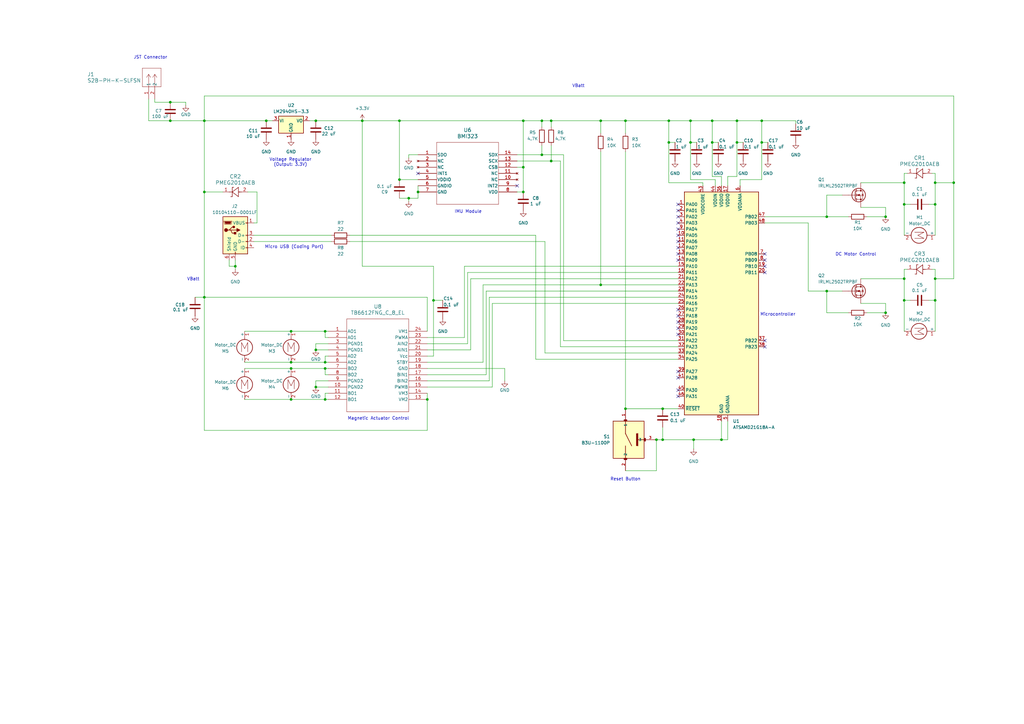
<source format=kicad_sch>
(kicad_sch (version 20250114) (generator "eeschema") (generator_version "9.0")
  (paper "A3")
  (title_block (title "ME461-MiniVTOL Schematic") (date "2026-01-29") (rev "0"))
  (lib_symbols
    (symbol "B3U-1100P (BUTTON):B3U-1100P" (pin_names (offset 1.016))
      (property "Reference" "S" (at 7.6291 -5.0861 0))
      (property "Value" "B3U-1100P" (at 7.6346 -10.1794 0))
      (symbol "B3U-1100P_0_0"
        (pin passive line (at -12.7 0 0) (length 5.08) (name "2") (number "2"))
        (pin passive line (at 0 -12.7 90) (length 5.08) (name "3") (number "3"))
        (pin passive line (at 12.7 0 180) (length 5.08) (name "1") (number "1"))
      )
    )
    (symbol "BMI323 (IMU):BMI323" (pin_names (offset 0.254))
      (property "Reference" "U" (at 20.32 10.16 0))
      (property "Value" "BMI323" (at 20.32 7.62 0))
      (symbol "BMI323_0_1"
        (pin bidirectional line (at 0 0 0) (length 7.62) (name "SDO") (number "1"))
        (pin no_connect line (at 0 -2.54 0) (length 7.62) (name "NC") (number "2"))
        (pin no_connect line (at 0 -5.08 0) (length 7.62) (name "NC") (number "3"))
        (pin bidirectional line (at 0 -7.62 0) (length 7.62) (name "INT1") (number "4"))
        (pin power_in line (at 0 -10.16 0) (length 7.62) (name "VDDIO") (number "5"))
        (pin power_out line (at 0 -12.7 0) (length 7.62) (name "GNDIO") (number "6"))
        (pin power_out line (at 0 -15.24 0) (length 7.62) (name "GND") (number "7"))
        (pin bidirectional line (at 40.64 0 180) (length 7.62) (name "SDX") (number "14"))
        (pin input line (at 40.64 -2.54 180) (length 7.62) (name "SCX") (number "13"))
        (pin input line (at 40.64 -5.08 180) (length 7.62) (name "CSB") (number "12"))
        (pin no_connect line (at 40.64 -7.62 180) (length 7.62) (name "NC") (number "11"))
        (pin no_connect line (at 40.64 -10.16 180) (length 7.62) (name "NC") (number "10"))
        (pin bidirectional line (at 40.64 -12.7 180) (length 7.62) (name "INT2") (number "9"))
        (pin power_in line (at 40.64 -15.24 180) (length 7.62) (name "VDD") (number "8"))
      )
    )
    (symbol "Connector:USB_B_Micro" (pin_names (offset 1.016))
      (property "Reference" "J" (at -5.08 11.43 0))
      (property "Value" "USB_B_Micro" (at -5.08 8.89 0))
      (symbol "USB_B_Micro_1_1"
        (pin passive line (at -2.54 -10.16 90) (length 2.54) (name "Shield") (number "6"))
        (pin power_out line (at 0 -10.16 90) (length 2.54) (name "GND") (number "5"))
        (pin power_out line (at 7.62 5.08 180) (length 2.54) (name "VBUS") (number "1"))
        (pin bidirectional line (at 7.62 0 180) (length 2.54) (name "D+") (number "3"))
        (pin bidirectional line (at 7.62 -2.54 180) (length 2.54) (name "D-") (number "2"))
        (pin passive line (at 7.62 -5.08 180) (length 2.54) (name "ID") (number "4"))
      )
    )
    (symbol "Device:C" (pin_numbers (hide yes)) (pin_names (offset 0.254))
      (property "Reference" "C" (at 0.635 2.54 0))
      (property "Value" "C" (at 0.635 -2.54 0))
      (symbol "C_1_1"
        (pin passive line (at 0 3.81 270) (length 2.794) (name "~") (number "1"))
        (pin passive line (at 0 -3.81 90) (length 2.794) (name "~") (number "2"))
      )
    )
    (symbol "Device:Q_NMOS" (pin_numbers (hide yes)) (pin_names (offset 0) (hide yes))
      (property "Reference" "Q" (at 5.08 1.27 0))
      (property "Value" "Q_NMOS" (at 5.08 -1.27 0))
      (symbol "Q_NMOS_1_1"
        (pin input line (at -5.08 0 0) (length 2.54) (name "G") (number "G"))
        (pin passive line (at 2.54 5.08 270) (length 2.54) (name "D") (number "D"))
        (pin passive line (at 2.54 -5.08 90) (length 2.54) (name "S") (number "S"))
      )
    )
    (symbol "Device:R" (pin_numbers (hide yes)) (pin_names (offset 0))
      (property "Reference" "R" (at 2.032 0 90))
      (property "Value" "R" (at 0 0 90))
      (symbol "R_1_1"
        (pin passive line (at 0 3.81 270) (length 1.27) (name "~") (number "1"))
        (pin passive line (at 0 -3.81 90) (length 1.27) (name "~") (number "2"))
      )
    )
    (symbol "MCU_Microchip_SAMD:ATSAMD21G18A-A"
      (property "Reference" "U" (at -13.97 46.99 0))
      (property "Value" "ATSAMD21G18A-A" (at 16.51 46.99 0))
      (symbol "ATSAMD21G18A-A_1_1"
        (pin bidirectional line (at -17.78 40.64 0) (length 2.54) (name "PA00") (number "1"))
        (pin bidirectional line (at -17.78 38.1 0) (length 2.54) (name "PA01") (number "2"))
        (pin bidirectional line (at -17.78 35.56 0) (length 2.54) (name "PA02") (number "3"))
        (pin bidirectional line (at -17.78 33.02 0) (length 2.54) (name "PA03") (number "4"))
        (pin bidirectional line (at -17.78 30.48 0) (length 2.54) (name "PA04") (number "9"))
        (pin bidirectional line (at -17.78 27.94 0) (length 2.54) (name "PA05") (number "10"))
        (pin bidirectional line (at -17.78 25.4 0) (length 2.54) (name "PA06") (number "11"))
        (pin bidirectional line (at -17.78 22.86 0) (length 2.54) (name "PA07") (number "12"))
        (pin bidirectional line (at -17.78 20.32 0) (length 2.54) (name "PA08") (number "13"))
        (pin bidirectional line (at -17.78 17.78 0) (length 2.54) (name "PA09") (number "14"))
        (pin bidirectional line (at -17.78 15.24 0) (length 2.54) (name "PA10") (number "15"))
        (pin bidirectional line (at -17.78 12.7 0) (length 2.54) (name "PA11") (number "16"))
        (pin bidirectional line (at -17.78 10.16 0) (length 2.54) (name "PA12") (number "21"))
        (pin bidirectional line (at -17.78 7.62 0) (length 2.54) (name "PA13") (number "22"))
        (pin bidirectional line (at -17.78 5.08 0) (length 2.54) (name "PA14") (number "23"))
        (pin bidirectional line (at -17.78 2.54 0) (length 2.54) (name "PA15") (number "24"))
        (pin bidirectional line (at -17.78 0 0) (length 2.54) (name "PA16") (number "25"))
        (pin bidirectional line (at -17.78 -2.54 0) (length 2.54) (name "PA17") (number "26"))
        (pin bidirectional line (at -17.78 -5.08 0) (length 2.54) (name "PA18") (number "27"))
        (pin bidirectional line (at -17.78 -7.62 0) (length 2.54) (name "PA19") (number "28"))
        (pin bidirectional line (at -17.78 -10.16 0) (length 2.54) (name "PA20") (number "29"))
        (pin bidirectional line (at -17.78 -12.7 0) (length 2.54) (name "PA21") (number "30"))
        (pin bidirectional line (at -17.78 -15.24 0) (length 2.54) (name "PA22") (number "31"))
        (pin bidirectional line (at -17.78 -17.78 0) (length 2.54) (name "PA23") (number "32"))
        (pin bidirectional line (at -17.78 -20.32 0) (length 2.54) (name "PA24") (number "33"))
        (pin bidirectional line (at -17.78 -22.86 0) (length 2.54) (name "PA25") (number "34"))
        (pin bidirectional line (at -17.78 -27.94 0) (length 2.54) (name "PA27") (number "39"))
        (pin bidirectional line (at -17.78 -30.48 0) (length 2.54) (name "PA28") (number "41"))
        (pin bidirectional line (at -17.78 -35.56 0) (length 2.54) (name "PA30") (number "45"))
        (pin bidirectional line (at -17.78 -38.1 0) (length 2.54) (name "PA31") (number "46"))
        (pin input line (at -17.78 -43.18 0) (length 2.54) (name "~{RESET}") (number "40"))
        (pin power_out line (at -7.62 48.26 270) (length 2.54) (name "VDDCORE") (number "43"))
        (pin power_in line (at -2.54 48.26 270) (length 2.54) (name "VDDIN") (number "44"))
        (pin power_in line (at 0 48.26 270) (length 2.54) (name "VDDIO") (number "36"))
        (pin power_in line (at 0 -48.26 90) (length 2.54) (name "GND") (number "18"))
        (pin passive line (at 0 -48.26 90) (length 2.54) (hide yes) (name "GND") (number "35"))
        (pin passive line (at 0 -48.26 90) (length 2.54) (hide yes) (name "GND") (number "42"))
        (pin power_in line (at 2.54 48.26 270) (length 2.54) (name "VDDIO") (number "17"))
        (pin power_in line (at 2.54 -48.26 90) (length 2.54) (name "GNDANA") (number "5"))
        (pin power_in line (at 7.62 48.26 270) (length 2.54) (name "VDDANA") (number "6"))
        (pin bidirectional line (at 17.78 35.56 180) (length 2.54) (name "PB02") (number "47"))
        (pin bidirectional line (at 17.78 33.02 180) (length 2.54) (name "PB03") (number "48"))
        (pin bidirectional line (at 17.78 20.32 180) (length 2.54) (name "PB08") (number "7"))
        (pin bidirectional line (at 17.78 17.78 180) (length 2.54) (name "PB09") (number "8"))
        (pin bidirectional line (at 17.78 15.24 180) (length 2.54) (name "PB10") (number "19"))
        (pin bidirectional line (at 17.78 12.7 180) (length 2.54) (name "PB11") (number "20"))
        (pin bidirectional line (at 17.78 -15.24 180) (length 2.54) (name "PB22") (number "37"))
        (pin bidirectional line (at 17.78 -17.78 180) (length 2.54) (name "PB23") (number "38"))
      )
    )
    (symbol "Motor:Motor_DC" (pin_names (offset 0))
      (property "Reference" "M" (at 2.54 2.54 0))
      (property "Value" "Motor_DC" (at 2.54 -5.08 0))
      (symbol "Motor_DC_1_1"
        (pin passive line (at 0 5.08 270) (length 2.54) (name "+") (number "1"))
        (pin passive line (at 0 -7.62 90) (length 2.54) (name "-") (number "2"))
      )
    )
    (symbol "PMEG2010AEB (DIODE):PMEG2010AEB" (pin_names (offset 0.254))
      (property "Reference" "CR" (at 5.08 4.445 0))
      (property "Value" "PMEG2010AEB" (at 5.08 -3.81 0))
      (symbol "PMEG2010AEB_0_1"
        (pin unspecified line (at 0 0 0) (length 2.54) (name "") (number "2"))
        (pin unspecified line (at 10.16 0 180) (length 2.54) (name "") (number "1"))
      )
    )
    (symbol "Regulator_Linear:AZ1117-3.3" (pin_names (offset 0.254))
      (property "Reference" "U" (at -3.81 3.175 0))
      (property "Value" "AZ1117-3.3" (at 0 3.175 0))
      (symbol "AZ1117-3.3_1_1"
        (pin power_in line (at -7.62 0 0) (length 2.54) (name "VI") (number "3"))
        (pin power_in line (at 0 -7.62 90) (length 2.54) (name "GND") (number "1"))
        (pin power_out line (at 7.62 0 180) (length 2.54) (name "VO") (number "2"))
      )
    )
    (symbol "S2B-PH-K-S (JST):S2B-PH-K-SLFSN" (pin_names (offset 0.254))
      (property "Reference" "J" (at 8.89 6.35 0))
      (property "Value" "S2B-PH-K-SLFSN" (at 0 0 0))
      (symbol "S2B-PH-K-SLFSN_1_1"
        (pin unspecified line (at 0 0 0) (length 5.08) (name "1") (number "1"))
        (pin unspecified line (at 0 -2.54 0) (length 5.08) (name "2") (number "2"))
      )
      (symbol "S2B-PH-K-SLFSN_1_2"
        (pin unspecified line (at 0 0 0) (length 5.08) (name "1") (number "1"))
        (pin unspecified line (at 0 -2.54 0) (length 5.08) (name "2") (number "2"))
      )
    )
    (symbol "TB6612FNG,C,8,EL (MOTOR DRIVER):TB6612FNG_C_8_EL" (pin_names (offset 0.254))
      (property "Reference" "U" (at 20.32 10.16 0))
      (property "Value" "TB6612FNG_C_8_EL" (at 20.32 7.62 0))
      (symbol "TB6612FNG_C_8_EL_0_1"
        (pin output line (at 0 0 0) (length 7.62) (name "AO1") (number "1"))
        (pin output line (at 0 -2.54 0) (length 7.62) (name "AO1") (number "2"))
        (pin power_out line (at 0 -5.08 0) (length 7.62) (name "PGND1") (number "3"))
        (pin power_out line (at 0 -7.62 0) (length 7.62) (name "PGND1") (number "4"))
        (pin output line (at 0 -10.16 0) (length 7.62) (name "AO2") (number "5"))
        (pin output line (at 0 -12.7 0) (length 7.62) (name "AO2") (number "6"))
        (pin output line (at 0 -15.24 0) (length 7.62) (name "BO2") (number "7"))
        (pin output line (at 0 -17.78 0) (length 7.62) (name "BO2") (number "8"))
        (pin power_out line (at 0 -20.32 0) (length 7.62) (name "PGND2") (number "9"))
        (pin power_out line (at 0 -22.86 0) (length 7.62) (name "PGND2") (number "10"))
        (pin output line (at 0 -25.4 0) (length 7.62) (name "BO1") (number "11"))
        (pin output line (at 0 -27.94 0) (length 7.62) (name "BO1") (number "12"))
        (pin power_in line (at 40.64 0 180) (length 7.62) (name "VM1") (number "24"))
        (pin input line (at 40.64 -2.54 180) (length 7.62) (name "PWMA") (number "23"))
        (pin input line (at 40.64 -5.08 180) (length 7.62) (name "AIN2") (number "22"))
        (pin input line (at 40.64 -7.62 180) (length 7.62) (name "AIN1") (number "21"))
        (pin power_in line (at 40.64 -10.16 180) (length 7.62) (name "Vcc") (number "20"))
        (pin input line (at 40.64 -12.7 180) (length 7.62) (name "STBY") (number "19"))
        (pin power_out line (at 40.64 -15.24 180) (length 7.62) (name "GND") (number "18"))
        (pin input line (at 40.64 -17.78 180) (length 7.62) (name "BIN1") (number "17"))
        (pin input line (at 40.64 -20.32 180) (length 7.62) (name "BIN2") (number "16"))
        (pin input line (at 40.64 -22.86 180) (length 7.62) (name "PWMB") (number "15"))
        (pin power_in line (at 40.64 -25.4 180) (length 7.62) (name "VM3") (number "14"))
        (pin power_in line (at 40.64 -27.94 180) (length 7.62) (name "VM2") (number "13"))
      )
    )
    (symbol "power:+3.3V" (power) (pin_numbers (hide yes)) (pin_names (offset 0) (hide yes))
      (property "Value" "+3.3V" (at 0 3.556 0))
      (symbol "+3.3V_1_1"
        (pin power_in line (at 0 0 90) (length 0) (name "~") (number "1"))
      )
    )
    (symbol "power:GND" (power) (pin_numbers (hide yes)) (pin_names (offset 0) (hide yes))
      (property "Value" "GND" (at 0 -3.81 0))
      (symbol "GND_1_1"
        (pin power_in line (at 0 0 270) (length 0) (name "~") (number "1"))
      )
    )
  )
  (text "IMU Module\n" (at 192.024 86.868 0) (effects (font (size 1.27 1.27))))
  (text "Reset Button" (at 256.54 196.596 0) (effects (font (size 1.27 1.27))))
  (text "Micro USB (Coding Port)" (at 120.65 101.346 0) (effects (font (size 1.27 1.27))))
  (text "DC Motor Control" (at 351.028 104.394 0) (effects (font (size 1.27 1.27))))
  (text "Microcontroller" (at 319.024 129.032 0) (effects (font (size 1.27 1.27))))
  (text "VBatt" (at 237.236 35.306 0) (effects (font (size 1.27 1.27))))
  (text "Magnetic Actuator Control" (at 155.194 171.704 0) (effects (font (size 1.27 1.27))))
  (text "Voltage Regulator\n(Output: 3.3V)" (at 119.126 66.548 0) (effects (font (size 1.27 1.27))))
  (text "VBatt" (at 79.248 114.554 0) (effects (font (size 1.27 1.27))))
  (text "JST Connector" (at 61.722 23.622 0) (effects (font (size 1.27 1.27))))
  (junction (at 129.54 49.53))
  (junction (at 269.24 180.34))
  (junction (at 133.35 151.13))
  (junction (at 271.78 180.34))
  (junction (at 370.84 123.19))
  (junction (at 274.32 49.53))
  (junction (at 222.25 49.53))
  (junction (at 129.54 158.75))
  (junction (at 214.63 78.74))
  (junction (at 119.38 151.13))
  (junction (at 83.82 78.74))
  (junction (at 383.54 83.82))
  (junction (at 292.1 58.42))
  (junction (at 283.21 49.53))
  (junction (at 167.64 81.28))
  (junction (at 119.38 163.83))
  (junction (at 256.54 49.53))
  (junction (at 271.78 167.64))
  (junction (at 163.83 49.53))
  (junction (at 83.82 121.92))
  (junction (at 383.54 123.19))
  (junction (at 119.38 135.89))
  (junction (at 363.22 128.27))
  (junction (at 171.45 78.74))
  (junction (at 246.38 116.84))
  (junction (at 383.54 114.3))
  (junction (at 163.83 73.66))
  (junction (at 292.1 49.53))
  (junction (at 177.8 123.19))
  (junction (at 69.85 49.53))
  (junction (at 274.32 58.42))
  (junction (at 175.26 163.83))
  (junction (at 133.35 163.83))
  (junction (at 214.63 49.53))
  (junction (at 370.84 114.3))
  (junction (at 256.54 167.64))
  (junction (at 133.35 135.89))
  (junction (at 339.09 119.38))
  (junction (at 148.59 49.53))
  (junction (at 370.84 83.82))
  (junction (at 133.35 148.59))
  (junction (at 246.38 49.53))
  (junction (at 391.16 74.93))
  (junction (at 69.85 41.91))
  (junction (at 302.26 49.53))
  (junction (at 129.54 143.51))
  (junction (at 222.25 63.5))
  (junction (at 383.54 74.93))
  (junction (at 295.91 180.34))
  (junction (at 312.42 58.42))
  (junction (at 109.22 49.53))
  (junction (at 283.21 58.42))
  (junction (at 83.82 49.53))
  (junction (at 284.48 180.34))
  (junction (at 214.63 68.58))
  (junction (at 370.84 74.93))
  (junction (at 363.22 88.9))
  (junction (at 312.42 49.53))
  (junction (at 96.52 109.22))
  (junction (at 339.09 88.9))
  (junction (at 119.38 148.59))
  (junction (at 302.26 58.42))
  (junction (at 226.06 49.53))
  (junction (at 226.06 66.04))
  (no_connect (at 278.13 137.16))
  (no_connect (at 278.13 152.4))
  (no_connect (at 278.13 162.56))
  (no_connect (at 278.13 132.08))
  (no_connect (at 278.13 91.44))
  (no_connect (at 278.13 99.06))
  (no_connect (at 278.13 93.98))
  (no_connect (at 278.13 83.82))
  (no_connect (at 278.13 88.9))
  (no_connect (at 278.13 129.54))
  (no_connect (at 278.13 106.68))
  (no_connect (at 313.69 109.22))
  (no_connect (at 313.69 106.68))
  (no_connect (at 313.69 142.24))
  (no_connect (at 278.13 104.14))
  (no_connect (at 278.13 86.36))
  (no_connect (at 278.13 154.94))
  (no_connect (at 313.69 139.7))
  (no_connect (at 171.45 71.12))
  (no_connect (at 313.69 104.14))
  (no_connect (at 313.69 111.76))
  (no_connect (at 278.13 127))
  (no_connect (at 278.13 96.52))
  (no_connect (at 278.13 160.02))
  (no_connect (at 278.13 101.6))
  (no_connect (at 278.13 134.62))
  (no_connect (at 212.09 76.2))
  (wire (pts (xy 60.96 40.64) (xy 60.96 49.53)))
  (wire (pts (xy 100.33 148.59) (xy 119.38 148.59)))
  (wire (pts (xy 83.82 49.53) (xy 109.22 49.53)))
  (wire (pts (xy 339.09 80.01) (xy 345.44 80.01)))
  (wire (pts (xy 391.16 39.37) (xy 391.16 74.93)))
  (wire (pts (xy 312.42 49.53) (xy 312.42 58.42)))
  (wire (pts (xy 383.54 114.3) (xy 383.54 123.19)))
  (wire (pts (xy 339.09 80.01) (xy 339.09 88.9)))
  (wire (pts (xy 246.38 49.53) (xy 256.54 49.53)))
  (wire (pts (xy 283.21 58.42) (xy 285.75 58.42)))
  (wire (pts (xy 295.91 172.72) (xy 295.91 180.34)))
  (wire (pts (xy 83.82 78.74) (xy 91.44 78.74)))
  (wire (pts (xy 370.84 74.93) (xy 370.84 83.82)))
  (wire (pts (xy 302.26 49.53) (xy 312.42 49.53)))
  (wire (pts (xy 246.38 49.53) (xy 246.38 54.61)))
  (wire (pts (xy 134.62 161.29) (xy 133.35 161.29)))
  (wire (pts (xy 177.8 146.05) (xy 177.8 123.19)))
  (wire (pts (xy 214.63 49.53) (xy 214.63 68.58)))
  (wire (pts (xy 292.1 72.39) (xy 292.1 58.42)))
  (wire (pts (xy 226.06 49.53) (xy 226.06 52.07)))
  (wire (pts (xy 191.77 140.97) (xy 191.77 111.76)))
  (wire (pts (xy 80.01 121.92) (xy 83.82 121.92)))
  (wire (pts (xy 298.45 172.72) (xy 298.45 180.34)))
  (wire (pts (xy 383.54 83.82) (xy 383.54 96.52)))
  (wire (pts (xy 370.84 114.3) (xy 370.84 123.19)))
  (wire (pts (xy 134.62 146.05) (xy 133.35 146.05)))
  (wire (pts (xy 105.41 78.74) (xy 101.6 78.74)))
  (wire (pts (xy 100.33 163.83) (xy 119.38 163.83)))
  (wire (pts (xy 381 123.19) (xy 383.54 123.19)))
  (wire (pts (xy 353.06 114.3) (xy 370.84 114.3)))
  (wire (pts (xy 100.33 135.89) (xy 119.38 135.89)))
  (wire (pts (xy 370.84 71.12) (xy 370.84 74.93)))
  (wire (pts (xy 133.35 161.29) (xy 133.35 163.83)))
  (wire (pts (xy 298.45 76.2) (xy 298.45 72.39)))
  (wire (pts (xy 373.38 123.19) (xy 370.84 123.19)))
  (wire (pts (xy 83.82 121.92) (xy 175.26 121.92)))
  (wire (pts (xy 63.5 41.91) (xy 63.5 40.64)))
  (wire (pts (xy 134.62 148.59) (xy 133.35 148.59)))
  (wire (pts (xy 133.35 146.05) (xy 133.35 148.59)))
  (wire (pts (xy 190.5 138.43) (xy 190.5 109.22)))
  (wire (pts (xy 191.77 111.76) (xy 278.13 111.76)))
  (wire (pts (xy 175.26 163.83) (xy 175.26 176.53)))
  (wire (pts (xy 295.91 76.2) (xy 295.91 72.39)))
  (wire (pts (xy 231.14 139.7) (xy 278.13 139.7)))
  (wire (pts (xy 175.26 148.59) (xy 198.12 148.59)))
  (wire (pts (xy 171.45 78.74) (xy 171.45 81.28)))
  (wire (pts (xy 148.59 49.53) (xy 163.83 49.53)))
  (wire (pts (xy 134.62 153.67) (xy 133.35 153.67)))
  (wire (pts (xy 256.54 49.53) (xy 256.54 54.61)))
  (wire (pts (xy 167.64 81.28) (xy 171.45 81.28)))
  (wire (pts (xy 391.16 74.93) (xy 391.16 114.3)))
  (wire (pts (xy 312.42 49.53) (xy 326.39 49.53)))
  (wire (pts (xy 200.66 121.92) (xy 278.13 121.92)))
  (wire (pts (xy 383.54 110.49) (xy 382.27 110.49)))
  (wire (pts (xy 292.1 72.39) (xy 295.91 72.39)))
  (wire (pts (xy 283.21 49.53) (xy 283.21 58.42)))
  (wire (pts (xy 214.63 78.74) (xy 212.09 78.74)))
  (wire (pts (xy 383.54 71.12) (xy 383.54 74.93)))
  (wire (pts (xy 214.63 68.58) (xy 214.63 78.74)))
  (wire (pts (xy 284.48 184.15) (xy 284.48 180.34)))
  (wire (pts (xy 76.2 41.91) (xy 69.85 41.91)))
  (wire (pts (xy 201.93 124.46) (xy 278.13 124.46)))
  (wire (pts (xy 222.25 49.53) (xy 226.06 49.53)))
  (wire (pts (xy 339.09 128.27) (xy 347.98 128.27)))
  (wire (pts (xy 363.22 85.09) (xy 363.22 88.9)))
  (wire (pts (xy 231.14 63.5) (xy 231.14 139.7)))
  (wire (pts (xy 96.52 109.22) (xy 96.52 110.49)))
  (wire (pts (xy 278.13 144.78) (xy 223.52 144.78)))
  (wire (pts (xy 274.32 74.93) (xy 288.29 74.93)))
  (wire (pts (xy 229.87 142.24) (xy 278.13 142.24)))
  (wire (pts (xy 175.26 143.51) (xy 193.04 143.51)))
  (wire (pts (xy 177.8 123.19) (xy 181.61 123.19)))
  (wire (pts (xy 303.53 73.66) (xy 303.53 76.2)))
  (wire (pts (xy 177.8 109.22) (xy 148.59 109.22)))
  (wire (pts (xy 229.87 142.24) (xy 229.87 66.04)))
  (wire (pts (xy 199.39 119.38) (xy 278.13 119.38)))
  (wire (pts (xy 246.38 62.23) (xy 246.38 116.84)))
  (wire (pts (xy 198.12 116.84) (xy 246.38 116.84)))
  (wire (pts (xy 269.24 180.34) (xy 271.78 180.34)))
  (wire (pts (xy 129.54 49.53) (xy 127 49.53)))
  (wire (pts (xy 292.1 58.42) (xy 294.64 58.42)))
  (wire (pts (xy 353.06 74.93) (xy 370.84 74.93)))
  (wire (pts (xy 143.51 99.06) (xy 223.52 99.06)))
  (wire (pts (xy 129.54 156.21) (xy 129.54 158.75)))
  (wire (pts (xy 134.62 138.43) (xy 133.35 138.43)))
  (wire (pts (xy 214.63 49.53) (xy 222.25 49.53)))
  (wire (pts (xy 383.54 74.93) (xy 391.16 74.93)))
  (wire (pts (xy 219.71 147.32) (xy 278.13 147.32)))
  (wire (pts (xy 283.21 49.53) (xy 292.1 49.53)))
  (wire (pts (xy 219.71 96.52) (xy 219.71 147.32)))
  (wire (pts (xy 83.82 78.74) (xy 83.82 121.92)))
  (wire (pts (xy 190.5 109.22) (xy 278.13 109.22)))
  (wire (pts (xy 383.54 110.49) (xy 383.54 114.3)))
  (wire (pts (xy 212.09 66.04) (xy 226.06 66.04)))
  (wire (pts (xy 370.84 123.19) (xy 370.84 135.89)))
  (wire (pts (xy 339.09 119.38) (xy 345.44 119.38)))
  (wire (pts (xy 222.25 59.69) (xy 222.25 63.5)))
  (wire (pts (xy 207.01 151.13) (xy 207.01 156.21)))
  (wire (pts (xy 171.45 63.5) (xy 167.64 63.5)))
  (wire (pts (xy 133.35 163.83) (xy 119.38 163.83)))
  (wire (pts (xy 134.62 140.97) (xy 129.54 140.97)))
  (wire (pts (xy 133.35 138.43) (xy 133.35 135.89)))
  (wire (pts (xy 271.78 180.34) (xy 284.48 180.34)))
  (wire (pts (xy 274.32 49.53) (xy 283.21 49.53)))
  (wire (pts (xy 370.84 71.12) (xy 372.11 71.12)))
  (wire (pts (xy 163.83 49.53) (xy 163.83 73.66)))
  (wire (pts (xy 177.8 123.19) (xy 177.8 109.22)))
  (wire (pts (xy 104.14 96.52) (xy 135.89 96.52)))
  (wire (pts (xy 193.04 143.51) (xy 193.04 114.3)))
  (wire (pts (xy 129.54 158.75) (xy 134.62 158.75)))
  (wire (pts (xy 129.54 140.97) (xy 129.54 143.51)))
  (wire (pts (xy 370.84 83.82) (xy 370.84 96.52)))
  (wire (pts (xy 355.6 128.27) (xy 363.22 128.27)))
  (wire (pts (xy 105.41 78.74) (xy 105.41 91.44)))
  (wire (pts (xy 163.83 81.28) (xy 167.64 81.28)))
  (wire (pts (xy 383.54 114.3) (xy 391.16 114.3)))
  (wire (pts (xy 148.59 109.22) (xy 148.59 49.53)))
  (wire (pts (xy 163.83 73.66) (xy 171.45 73.66)))
  (wire (pts (xy 269.24 193.04) (xy 269.24 180.34)))
  (wire (pts (xy 175.26 158.75) (xy 201.93 158.75)))
  (wire (pts (xy 200.66 156.21) (xy 200.66 121.92)))
  (wire (pts (xy 83.82 39.37) (xy 83.82 49.53)))
  (wire (pts (xy 96.52 109.22) (xy 96.52 106.68)))
  (wire (pts (xy 383.54 74.93) (xy 383.54 83.82)))
  (wire (pts (xy 175.26 153.67) (xy 199.39 153.67)))
  (wire (pts (xy 212.09 63.5) (xy 222.25 63.5)))
  (wire (pts (xy 175.26 138.43) (xy 190.5 138.43)))
  (wire (pts (xy 274.32 58.42) (xy 274.32 74.93)))
  (wire (pts (xy 303.53 73.66) (xy 312.42 73.66)))
  (wire (pts (xy 175.26 156.21) (xy 200.66 156.21)))
  (wire (pts (xy 313.69 88.9) (xy 339.09 88.9)))
  (wire (pts (xy 339.09 88.9) (xy 347.98 88.9)))
  (wire (pts (xy 69.85 49.53) (xy 83.82 49.53)))
  (wire (pts (xy 246.38 116.84) (xy 278.13 116.84)))
  (wire (pts (xy 370.84 110.49) (xy 372.11 110.49)))
  (wire (pts (xy 363.22 85.09) (xy 353.06 85.09)))
  (wire (pts (xy 143.51 96.52) (xy 219.71 96.52)))
  (wire (pts (xy 76.2 43.18) (xy 76.2 41.91)))
  (wire (pts (xy 288.29 74.93) (xy 288.29 76.2)))
  (wire (pts (xy 274.32 49.53) (xy 274.32 58.42)))
  (wire (pts (xy 198.12 148.59) (xy 198.12 116.84)))
  (wire (pts (xy 283.21 58.42) (xy 283.21 73.66)))
  (wire (pts (xy 331.47 91.44) (xy 313.69 91.44)))
  (wire (pts (xy 383.54 123.19) (xy 383.54 135.89)))
  (wire (pts (xy 355.6 88.9) (xy 363.22 88.9)))
  (wire (pts (xy 339.09 119.38) (xy 339.09 128.27)))
  (wire (pts (xy 133.35 135.89) (xy 134.62 135.89)))
  (wire (pts (xy 302.26 49.53) (xy 302.26 58.42)))
  (wire (pts (xy 256.54 167.64) (xy 271.78 167.64)))
  (wire (pts (xy 133.35 151.13) (xy 134.62 151.13)))
  (wire (pts (xy 331.47 119.38) (xy 339.09 119.38)))
  (wire (pts (xy 69.85 41.91) (xy 63.5 41.91)))
  (wire (pts (xy 293.37 76.2) (xy 293.37 73.66)))
  (wire (pts (xy 69.85 49.53) (xy 60.96 49.53)))
  (wire (pts (xy 373.38 83.82) (xy 370.84 83.82)))
  (wire (pts (xy 109.22 49.53) (xy 111.76 49.53)))
  (wire (pts (xy 134.62 163.83) (xy 133.35 163.83)))
  (wire (pts (xy 370.84 110.49) (xy 370.84 114.3)))
  (wire (pts (xy 175.26 161.29) (xy 175.26 163.83)))
  (wire (pts (xy 83.82 121.92) (xy 83.82 176.53)))
  (wire (pts (xy 171.45 76.2) (xy 171.45 78.74)))
  (wire (pts (xy 175.26 146.05) (xy 177.8 146.05)))
  (wire (pts (xy 363.22 124.46) (xy 363.22 128.27)))
  (wire (pts (xy 175.26 140.97) (xy 191.77 140.97)))
  (wire (pts (xy 163.83 49.53) (xy 214.63 49.53)))
  (wire (pts (xy 222.25 63.5) (xy 231.14 63.5)))
  (wire (pts (xy 129.54 143.51) (xy 134.62 143.51)))
  (wire (pts (xy 331.47 91.44) (xy 331.47 119.38)))
  (wire (pts (xy 167.64 81.28) (xy 167.64 82.55)))
  (wire (pts (xy 93.98 109.22) (xy 96.52 109.22)))
  (wire (pts (xy 83.82 39.37) (xy 391.16 39.37)))
  (wire (pts (xy 167.64 63.5) (xy 167.64 64.77)))
  (wire (pts (xy 312.42 58.42) (xy 312.42 73.66)))
  (wire (pts (xy 283.21 73.66) (xy 293.37 73.66)))
  (wire (pts (xy 133.35 153.67) (xy 133.35 151.13)))
  (wire (pts (xy 133.35 148.59) (xy 119.38 148.59)))
  (wire (pts (xy 100.33 151.13) (xy 119.38 151.13)))
  (wire (pts (xy 271.78 167.64) (xy 278.13 167.64)))
  (wire (pts (xy 226.06 59.69) (xy 226.06 66.04)))
  (wire (pts (xy 302.26 58.42) (xy 304.8 58.42)))
  (wire (pts (xy 104.14 99.06) (xy 135.89 99.06)))
  (wire (pts (xy 175.26 121.92) (xy 175.26 135.89)))
  (wire (pts (xy 284.48 180.34) (xy 295.91 180.34)))
  (wire (pts (xy 201.93 158.75) (xy 201.93 124.46)))
  (wire (pts (xy 193.04 114.3) (xy 278.13 114.3)))
  (wire (pts (xy 292.1 49.53) (xy 302.26 49.53)))
  (wire (pts (xy 383.54 71.12) (xy 382.27 71.12)))
  (wire (pts (xy 105.41 91.44) (xy 104.14 91.44)))
  (wire (pts (xy 222.25 52.07) (xy 222.25 49.53)))
  (wire (pts (xy 381 83.82) (xy 383.54 83.82)))
  (wire (pts (xy 175.26 176.53) (xy 83.82 176.53)))
  (wire (pts (xy 129.54 49.53) (xy 148.59 49.53)))
  (wire (pts (xy 226.06 49.53) (xy 246.38 49.53)))
  (wire (pts (xy 295.91 180.34) (xy 298.45 180.34)))
  (wire (pts (xy 363.22 124.46) (xy 353.06 124.46)))
  (wire (pts (xy 256.54 49.53) (xy 274.32 49.53)))
  (wire (pts (xy 226.06 66.04) (xy 229.87 66.04)))
  (wire (pts (xy 256.54 167.64) (xy 256.54 62.23)))
  (wire (pts (xy 298.45 72.39) (xy 302.26 72.39)))
  (wire (pts (xy 175.26 151.13) (xy 207.01 151.13)))
  (wire (pts (xy 119.38 135.89) (xy 133.35 135.89)))
  (wire (pts (xy 256.54 193.04) (xy 269.24 193.04)))
  (wire (pts (xy 83.82 49.53) (xy 83.82 78.74)))
  (wire (pts (xy 274.32 58.42) (xy 276.86 58.42)))
  (wire (pts (xy 119.38 151.13) (xy 133.35 151.13)))
  (wire (pts (xy 292.1 49.53) (xy 292.1 58.42)))
  (wire (pts (xy 134.62 156.21) (xy 129.54 156.21)))
  (wire (pts (xy 326.39 49.53) (xy 326.39 50.8)))
  (wire (pts (xy 312.42 58.42) (xy 314.96 58.42)))
  (wire (pts (xy 212.09 68.58) (xy 214.63 68.58)))
  (wire (pts (xy 199.39 153.67) (xy 199.39 119.38)))
  (wire (pts (xy 271.78 175.26) (xy 271.78 180.34)))
  (wire (pts (xy 302.26 58.42) (xy 302.26 72.39)))
  (wire (pts (xy 223.52 144.78) (xy 223.52 99.06)))
  (wire (pts (xy 93.98 106.68) (xy 93.98 109.22)))
  (symbol (lib_id "Device:C") (at 326.39 54.61 0) (unit 1)
    (property "Reference" "C6" (at 326.644 50.038 0) (effects (justify left)))
    (property "Value" "10 uF" (at 326.644 52.578 0) (effects (justify left)))
    (property "Footprint" "Capacitor_SMD:C_1206_3216Metric" (effects (hide yes)))
    (property "Datasheet" "https://mm.digikey.com/Volume0/opasdata/d220001/medias/docus/5660/3372_1206W106K250PB.pdf" (effects (hide yes)))
    (property "Description" "Unpolarized capacitor" (effects (hide yes)))
  )
  (symbol (lib_id "power:GND") (at 314.96 66.04 0) (unit 1)
    (property "Reference" "#PWR021" (effects (hide yes)))
    (property "Value" "GND" (at 314.96 71.12 0))
    (property "Description" "Power symbol creates a global label with name \"GND\" , ground" (effects (hide yes)))
  )
  (symbol (lib_id "Device:R") (at 256.54 58.42 0) (unit 1)
    (property "Reference" "R3" (at 259.08 57.1499 0) (effects (justify left)))
    (property "Value" "10K" (at 259.08 59.6899 0) (effects (justify left)))
    (property "Footprint" "Resistor_SMD:R_1206_3216Metric" (effects (hide yes)))
    (property "Datasheet" "https://yageogroup.com/content/datasheet/asset/file/PYU-RC_GROUP_51_ROHS_L" (effects (hide yes)))
    (property "Description" "Resistor" (effects (hide yes)))
  )
  (symbol (lib_id "power:+3.3V") (at 148.59 49.53 0) (unit 1)
    (property "Reference" "#PWR013" (effects (hide yes)))
    (property "Value" "+3.3V" (at 148.59 44.45 0))
    (property "Description" "Power symbol creates a global label with name \"+3.3V\"" (effects (hide yes)))
  )
  (symbol (lib_id "Motor:Motor_DC") (at 119.38 156.21 0) (unit 1)
    (property "Reference" "M4" (at 111.506 158.75 0))
    (property "Value" "Motor_DC" (at 111.506 156.21 0))
    (property "Footprint" "NetTie:NetTie-2_SMD_Pad0.5mm" (effects (hide yes)))
    (property "Datasheet" "https://www.amazon.com/Electromagnetic-actuator-Magnetic-Ornithopter-Airplanes/dp/B075KKWM8G" (effects (hide yes)))
    (property "Description" "DC Motor" (effects (hide yes)))
  )
  (symbol (lib_id "power:GND") (at 181.61 130.81 0) (unit 1)
    (property "Reference" "#PWR022" (effects (hide yes)))
    (property "Value" "GND" (at 181.61 135.89 0))
    (property "Description" "Power symbol creates a global label with name \"GND\" , ground" (effects (hide yes)))
  )
  (symbol (lib_id "MCU_Microchip_SAMD:ATSAMD21G18A-A") (at 295.91 124.46 0) (unit 1)
    (property "Reference" "U1" (at 300.5933 172.72 0) (effects (justify left)))
    (property "Value" "ATSAMD21G18A-A" (at 300.5933 175.26 0) (effects (justify left)))
    (property "Footprint" "Package_QFP:TQFP-48_7x7mm_P0.5mm" (effects (hide yes)))
    (property "Datasheet" "https://ww1.microchip.com/downloads/aemDocuments/documents/MCU32/ProductDocuments/DataSheets/SAM-D21-DA1-Family-Data-Sheet-DS40001882.pdf" (effects (hide yes)))
    (property "Description" "SAM D21 Microchip SMART ARM-based Flash MCU, 48Mhz, 256K Flash, 32K SRAM, TQFP-48" (effects (hide yes)))
  )
  (symbol (lib_id "power:GND") (at 214.63 86.36 0) (unit 1)
    (property "Reference" "#PWR09" (effects (hide yes)))
    (property "Value" "GND" (at 214.63 91.44 0))
    (property "Description" "Power symbol creates a global label with name \"GND\" , ground" (effects (hide yes)))
  )
  (symbol (lib_id "Connector:USB_B_Micro") (at 96.52 96.52 0) (unit 1)
    (property "Reference" "J2" (at 96.266 84.582 0))
    (property "Value" "10104110-0001LF" (at 96.266 87.122 0))
    (property "Footprint" "Connector_USB:USB_Micro-B_Amphenol_10104110_Horizontal" (effects (hide yes)))
    (property "Datasheet" "https://cdn.amphenol-cs.com/media/wysiwyg/files/documentation/datasheet/inputoutput/io_usb_micro.pdf" (effects (hide yes)))
    (property "Description" "USB Micro Type B connector" (effects (hide yes)))
  )
  (symbol (lib_id "Device:R") (at 226.06 55.88 180) (unit 1)
    (property "Reference" "R6" (at 229.87 54.356 0))
    (property "Value" "4.7K" (at 229.87 56.896 0))
    (property "Footprint" "Resistor_SMD:R_1206_3216Metric" (effects (hide yes)))
    (property "Datasheet" "https://yageogroup.com/content/datasheet/asset/file/PYU-RC_GROUP_51_ROHS_L" (effects (hide yes)))
    (property "Description" "Resistor" (effects (hide yes)))
  )
  (symbol (lib_id "power:GND") (at 276.86 66.04 0) (unit 1)
    (property "Reference" "#PWR010" (effects (hide yes)))
    (property "Value" "GND" (at 276.86 71.12 0))
    (property "Description" "Power symbol creates a global label with name \"GND\" , ground" (effects (hide yes)))
  )
  (symbol (lib_id "Device:C") (at 294.64 62.23 0) (unit 1)
    (property "Reference" "C4" (at 294.894 57.658 0) (effects (justify left)))
    (property "Value" "0.1 uF" (at 294.894 60.198 0) (effects (justify left)))
    (property "Footprint" "Capacitor_SMD:C_1206_3216Metric" (effects (hide yes)))
    (property "Datasheet" "https://mm.digikey.com/Volume0/opasdata/d220001/medias/docus/5660/3372_1206B104K101CC.pdf" (effects (hide yes)))
    (property "Description" "Unpolarized capacitor" (effects (hide yes)))
  )
  (symbol (lib_id "Device:R") (at 351.79 88.9 90) (unit 1)
    (property "Reference" "R1" (at 351.79 91.186 90))
    (property "Value" "10K" (at 351.79 93.726 90))
    (property "Footprint" "Resistor_SMD:R_1206_3216Metric" (effects (hide yes)))
    (property "Datasheet" "https://yageogroup.com/content/datasheet/asset/file/PYU-RC_GROUP_51_ROHS_L" (effects (hide yes)))
    (property "Description" "Resistor" (effects (hide yes)))
  )
  (symbol (lib_id "Device:C") (at 271.78 171.45 0) (unit 1)
    (property "Reference" "C13" (at 274.828 169.926 0) (effects (justify left)))
    (property "Value" "0.1 uF" (at 274.828 172.466 0) (effects (justify left)))
    (property "Footprint" "Capacitor_SMD:C_1206_3216Metric" (effects (hide yes)))
    (property "Datasheet" "https://mm.digikey.com/Volume0/opasdata/d220001/medias/docus/5660/3372_1206B104K101CC.pdf" (effects (hide yes)))
    (property "Description" "Unpolarized capacitor" (effects (hide yes)))
  )
  (symbol (lib_id "Device:R") (at 222.25 55.88 0) (unit 1)
    (property "Reference" "R5" (at 218.44 54.356 0))
    (property "Value" "4.7K" (at 218.44 56.896 0))
    (property "Footprint" "Resistor_SMD:R_1206_3216Metric" (effects (hide yes)))
    (property "Datasheet" "https://yageogroup.com/content/datasheet/asset/file/PYU-RC_GROUP_51_ROHS_L" (effects (hide yes)))
    (property "Description" "Resistor" (effects (hide yes)))
  )
  (symbol (lib_id "Regulator_Linear:AZ1117-3.3") (at 119.38 49.53 0) (unit 1)
    (property "Reference" "U2" (at 119.38 43.18 0))
    (property "Value" "LM2940HS-3.3" (at 119.38 45.72 0))
    (property "Footprint" "Package_TO_SOT_SMD:SOT-223-3_TabPin2" (effects (hide yes)))
    (property "Datasheet" "https://www.htckorea.co.kr/Datasheet/VLDO/LM2940H.pdf" (effects (hide yes)))
  )
  (symbol (lib_id "power:GND") (at 167.64 64.77 0) (unit 1)
    (property "Reference" "#PWR019" (effects (hide yes)))
    (property "Value" "GND" (at 167.64 68.834 0))
    (property "Description" "Power symbol creates a global label with name \"GND\" , ground" (effects (hide yes)))
  )
  (symbol (lib_id "Device:C") (at 377.19 123.19 90) (unit 1)
    (property "Reference" "C5" (at 377.19 116.84 90))
    (property "Value" "0.1 uF" (at 377.19 119.126 90))
    (property "Footprint" "Capacitor_SMD:C_1206_3216Metric" (effects (hide yes)))
    (property "Datasheet" "https://mm.digikey.com/Volume0/opasdata/d220001/medias/docus/5660/3372_1206B104K101CC.pdf" (effects (hide yes)))
    (property "Description" "Unpolarized capacitor" (effects (hide yes)))
  )
  (symbol (lib_id "PMEG2010AEB (DIODE):PMEG2010AEB") (at 382.27 110.49 180) (unit 1)
    (property "Reference" "CR3" (at 377.19 104.14 0) (effects (font (size 1.524 1.524))))
    (property "Value" "PMEG2010AEB" (at 377.19 106.68 0) (effects (font (size 1.524 1.524))))
    (property "Footprint" "Diode_SMD:D_SOD-523" (effects (hide yes)))
    (property "Datasheet" "https://assets.nexperia.com/documents/data-sheet/PMEG2010AEB.pdf" (effects (hide yes)))
  )
  (symbol (lib_id "Device:C") (at 163.83 77.47 180) (unit 1)
    (property "Reference" "C9" (at 157.734 78.74 0))
    (property "Value" "0.1 uF" (at 157.734 76.454 0))
    (property "Footprint" "Capacitor_SMD:C_1206_3216Metric" (effects (hide yes)))
    (property "Datasheet" "https://mm.digikey.com/Volume0/opasdata/d220001/medias/docus/5660/3372_1206B104K101CC.pdf" (effects (hide yes)))
    (property "Description" "Unpolarized capacitor" (effects (hide yes)))
  )
  (symbol (lib_id "power:GND") (at 96.52 110.49 0) (unit 1)
    (property "Reference" "#PWR07" (effects (hide yes)))
    (property "Value" "GND" (at 96.52 115.57 0))
    (property "Description" "Power symbol creates a global label with name \"GND\" , ground" (effects (hide yes)))
  )
  (symbol (lib_id "Device:R") (at 246.38 58.42 0) (unit 1)
    (property "Reference" "R4" (at 248.92 57.1499 0) (effects (justify left)))
    (property "Value" "10K" (at 248.92 59.6899 0) (effects (justify left)))
    (property "Footprint" "Resistor_SMD:R_1206_3216Metric" (effects (hide yes)))
    (property "Datasheet" "https://yageogroup.com/content/datasheet/asset/file/PYU-RC_GROUP_51_ROHS_L" (effects (hide yes)))
    (property "Description" "Resistor" (effects (hide yes)))
  )
  (symbol (lib_id "PMEG2010AEB (DIODE):PMEG2010AEB") (at 382.27 71.12 180) (unit 1)
    (property "Reference" "CR1" (at 377.19 64.77 0) (effects (font (size 1.524 1.524))))
    (property "Value" "PMEG2010AEB" (at 377.19 67.31 0) (effects (font (size 1.524 1.524))))
    (property "Footprint" "Diode_SMD:D_SOD-523" (effects (hide yes)))
    (property "Datasheet" "https://assets.nexperia.com/documents/data-sheet/PMEG2010AEB.pdf" (effects (hide yes)))
  )
  (symbol (lib_id "power:GND") (at 109.22 57.15 0) (unit 1)
    (property "Reference" "#PWR011" (effects (hide yes)))
    (property "Value" "GND" (at 109.22 62.23 0))
    (property "Description" "Power symbol creates a global label with name \"GND\" , ground" (effects (hide yes)))
  )
  (symbol (lib_id "Motor:Motor_DC") (at 378.46 96.52 270) (unit 1)
    (property "Reference" "M1" (at 377.19 89.154 90))
    (property "Value" "Motor_DC" (at 377.19 91.694 90))
    (property "Footprint" "NetTie:NetTie-2_SMD_Pad0.5mm" (effects (hide yes)))
    (property "Datasheet" "https://www.amazon.com/dp/B01480X6IK?psc=1&smid=A1THAZDOWP300U&ref_=chk_typ_imgToDp" (effects (hide yes)))
    (property "Description" "DC Motor" (effects (hide yes)))
  )
  (symbol (lib_id "power:GND") (at 304.8 66.04 0) (unit 1)
    (property "Reference" "#PWR020" (effects (hide yes)))
    (property "Value" "GND" (at 304.8 71.12 0))
    (property "Description" "Power symbol creates a global label with name \"GND\" , ground" (effects (hide yes)))
  )
  (symbol (lib_id "power:GND") (at 80.01 129.54 0) (unit 1)
    (property "Reference" "#PWR025" (effects (hide yes)))
    (property "Value" "GND" (at 80.01 134.62 0))
    (property "Description" "Power symbol creates a global label with name \"GND\" , ground" (effects (hide yes)))
  )
  (symbol (lib_id "power:GND") (at 363.22 128.27 0) (unit 1)
    (property "Reference" "#PWR06" (effects (hide yes)))
    (property "Value" "GND" (at 363.22 133.35 0))
    (property "Description" "Power symbol creates a global label with name \"GND\" , ground" (effects (hide yes)))
  )
  (symbol (lib_id "S2B-PH-K-S (JST):S2B-PH-K-SLFSN") (at 60.96 40.64 90) (unit 1)
    (property "Reference" "J1" (at 35.814 30.48 90) (effects (font (size 1.524 1.524)) (justify right)))
    (property "Value" "S2B-PH-K-SLFSN" (at 35.814 33.02 90) (effects (font (size 1.524 1.524)) (justify right)))
    (property "Footprint" "JST Connector:CONN_S2B-PH-K-S_JST" (effects (hide yes)))
    (property "Datasheet" "https://www.jst-mfg.com/product/pdf/eng/ePH.pdf" (effects (hide yes)))
  )
  (symbol (lib_id "power:GND") (at 326.39 58.42 0) (unit 1)
    (property "Reference" "#PWR08" (effects (hide yes)))
    (property "Value" "GND" (at 326.39 63.5 0))
    (property "Description" "Power symbol creates a global label with name \"GND\" , ground" (effects (hide yes)))
  )
  (symbol (lib_id "Motor:Motor_DC") (at 378.46 135.89 270) (unit 1)
    (property "Reference" "M2" (at 377.19 128.524 90))
    (property "Value" "Motor_DC" (at 377.19 131.064 90))
    (property "Footprint" "NetTie:NetTie-2_SMD_Pad0.5mm" (effects (hide yes)))
    (property "Datasheet" "https://www.amazon.com/dp/B01480X6IK?psc=1&smid=A1THAZDOWP300U&ref_=chk_typ_imgToDp" (effects (hide yes)))
    (property "Description" "DC Motor" (effects (hide yes)))
  )
  (symbol (lib_id "Device:R") (at 139.7 99.06 90) (unit 1)
    (property "Reference" "R8" (at 139.7 101.6 90))
    (property "Value" "22" (at 139.7 104.14 90))
    (property "Footprint" "Resistor_SMD:R_1206_3216Metric" (effects (hide yes)))
    (property "Datasheet" "https://yageogroup.com/content/datasheet/asset/file/PYU-RC_GROUP_51_ROHS_L" (effects (hide yes)))
    (property "Description" "Resistor" (effects (hide yes)))
  )
  (symbol (lib_id "Device:C") (at 377.19 83.82 90) (unit 1)
    (property "Reference" "C1" (at 377.19 77.47 90))
    (property "Value" "0.1 uF" (at 377.19 79.756 90))
    (property "Footprint" "Capacitor_SMD:C_1206_3216Metric" (effects (hide yes)))
    (property "Datasheet" "https://mm.digikey.com/Volume0/opasdata/d220001/medias/docus/5660/3372_1206B104K101CC.pdf" (effects (hide yes)))
    (property "Description" "Unpolarized capacitor" (effects (hide yes)))
  )
  (symbol (lib_id "power:GND") (at 129.54 158.75 0) (unit 1)
    (property "Reference" "#PWR014" (effects (hide yes)))
    (property "Value" "GND" (at 129.54 162.56 0))
    (property "Description" "Power symbol creates a global label with name \"GND\" , ground" (effects (hide yes)))
  )
  (symbol (lib_id "Motor:Motor_DC") (at 100.33 156.21 0) (unit 1)
    (property "Reference" "M6" (at 92.456 159.258 0))
    (property "Value" "Motor_DC" (at 92.456 156.718 0))
    (property "Footprint" "NetTie:NetTie-2_SMD_Pad0.5mm" (effects (hide yes)))
    (property "Datasheet" "https://www.amazon.com/Electromagnetic-actuator-Magnetic-Ornithopter-Airplanes/dp/B075KKWM8G" (effects (hide yes)))
    (property "Description" "DC Motor" (effects (hide yes)))
  )
  (symbol (lib_id "Device:C") (at 276.86 62.23 0) (unit 1)
    (property "Reference" "C2" (at 277.114 57.658 0) (effects (justify left)))
    (property "Value" "1 uF" (at 277.114 60.198 0) (effects (justify left)))
    (property "Footprint" "Capacitor_SMD:C_1206_3216Metric" (effects (hide yes)))
    (property "Datasheet" "https://mm.digikey.com/Volume0/opasdata/d220001/medias/docus/5660/3372_1206B105K250JC.pdf" (effects (hide yes)))
    (property "Description" "Unpolarized capacitor" (effects (hide yes)))
  )
  (symbol (lib_id "Motor:Motor_DC") (at 119.38 140.97 0) (unit 1)
    (property "Reference" "M3" (at 111.506 144.018 0))
    (property "Value" "Motor_DC" (at 111.506 141.478 0))
    (property "Footprint" "NetTie:NetTie-2_SMD_Pad0.5mm" (effects (hide yes)))
    (property "Datasheet" "https://www.amazon.com/Electromagnetic-actuator-Magnetic-Ornithopter-Airplanes/dp/B075KKWM8G" (effects (hide yes)))
    (property "Description" "DC Motor" (effects (hide yes)))
  )
  (symbol (lib_id "BMI323 (IMU):BMI323") (at 171.45 63.5 0) (unit 1)
    (property "Reference" "U6" (at 191.77 53.34 0) (effects (font (size 1.524 1.524))))
    (property "Value" "BMI323" (at 191.77 55.88 0) (effects (font (size 1.524 1.524))))
    (property "Footprint" "IMU:BMI323_BOS" (effects (hide yes)))
    (property "Datasheet" "https://www.bosch-sensortec.com/media/boschsensortec/downloads/datasheets/bst-bmi323-ds000.pdf" (effects (hide yes)))
  )
  (symbol (lib_id "power:GND") (at 76.2 43.18 0) (unit 1)
    (property "Reference" "#PWR01" (effects (hide yes)))
    (property "Value" "GND" (at 74.168 46.99 0) (effects (justify left)))
    (property "Description" "Power symbol creates a global label with name \"GND\" , ground" (effects (hide yes)))
  )
  (symbol (lib_id "Device:C") (at 109.22 53.34 180) (unit 1)
    (property "Reference" "C11" (at 103.886 53.594 0))
    (property "Value" "10 uF" (at 103.886 55.88 0))
    (property "Footprint" "Capacitor_SMD:C_1206_3216Metric" (effects (hide yes)))
    (property "Datasheet" "https://mm.digikey.com/Volume0/opasdata/d220001/medias/docus/5660/3372_1206W106K250PB.pdf" (effects (hide yes)))
    (property "Description" "Unpolarized capacitor" (effects (hide yes)))
  )
  (symbol (lib_id "Device:C") (at 80.01 125.73 0) (unit 1)
    (property "Reference" "C18" (at 71.882 124.968 0) (effects (justify left)))
    (property "Value" "0.1 uF" (at 70.866 127 0) (effects (justify left)))
    (property "Footprint" "Capacitor_SMD:C_1206_3216Metric" (effects (hide yes)))
    (property "Datasheet" "https://mm.digikey.com/Volume0/opasdata/d220001/medias/docus/5660/3372_1206B104K101CC.pdf" (effects (hide yes)))
    (property "Description" "Unpolarized capacitor" (effects (hide yes)))
  )
  (symbol (lib_id "Device:C") (at 285.75 62.23 0) (unit 1)
    (property "Reference" "C3" (at 286.004 57.658 0) (effects (justify left)))
    (property "Value" "1 uF" (at 286.004 60.198 0) (effects (justify left)))
    (property "Footprint" "Capacitor_SMD:C_1206_3216Metric" (effects (hide yes)))
    (property "Datasheet" "https://mm.digikey.com/Volume0/opasdata/d220001/medias/docus/5660/3372_1206B105K250JC.pdf" (effects (hide yes)))
    (property "Description" "Unpolarized capacitor" (effects (hide yes)))
  )
  (symbol (lib_id "Device:R") (at 351.79 128.27 90) (unit 1)
    (property "Reference" "R2" (at 351.79 130.556 90))
    (property "Value" "10K" (at 351.79 133.096 90))
    (property "Footprint" "Resistor_SMD:R_1206_3216Metric" (effects (hide yes)))
    (property "Datasheet" "https://yageogroup.com/content/datasheet/asset/file/PYU-RC_GROUP_51_ROHS_L" (effects (hide yes)))
    (property "Description" "Resistor" (effects (hide yes)))
  )
  (symbol (lib_id "Motor:Motor_DC") (at 100.33 140.97 0) (unit 1)
    (property "Reference" "M5" (at 92.456 144.018 0))
    (property "Value" "Motor_DC" (at 92.456 141.478 0))
    (property "Footprint" "NetTie:NetTie-2_SMD_Pad0.5mm" (effects (hide yes)))
    (property "Datasheet" "https://www.amazon.com/Electromagnetic-actuator-Magnetic-Ornithopter-Airplanes/dp/B075KKWM8G" (effects (hide yes)))
    (property "Description" "DC Motor" (effects (hide yes)))
  )
  (symbol (lib_id "PMEG2010AEB (DIODE):PMEG2010AEB") (at 101.6 78.74 180) (unit 1)
    (property "Reference" "CR2" (at 96.52 72.39 0) (effects (font (size 1.524 1.524))))
    (property "Value" "PMEG2010AEB" (at 96.52 74.93 0) (effects (font (size 1.524 1.524))))
    (property "Footprint" "Diode_SMD:D_SOD-523" (effects (hide yes)))
    (property "Datasheet" "https://assets.nexperia.com/documents/data-sheet/PMEG2010AEB.pdf" (effects (hide yes)))
  )
  (symbol (lib_id "Device:C") (at 129.54 53.34 180) (unit 1)
    (property "Reference" "C12" (at 134.874 52.578 0))
    (property "Value" "22 uF" (at 134.874 54.864 0))
    (property "Footprint" "Capacitor_SMD:C_1206_3216Metric" (effects (hide yes)))
    (property "Datasheet" "https://mm.digikey.com/Volume0/opasdata/d220001/medias/docus/5660/3372_1206W226K250PB.pdf" (effects (hide yes)))
    (property "Description" "Unpolarized capacitor" (effects (hide yes)))
  )
  (symbol (lib_id "Device:C") (at 314.96 62.23 0) (unit 1)
    (property "Reference" "C17" (at 315.214 57.658 0) (effects (justify left)))
    (property "Value" "0.1 uF" (at 315.214 60.198 0) (effects (justify left)))
    (property "Footprint" "Capacitor_SMD:C_1206_3216Metric" (effects (hide yes)))
    (property "Datasheet" "https://mm.digikey.com/Volume0/opasdata/d220001/medias/docus/5660/3372_1206B104K101CC.pdf" (effects (hide yes)))
    (property "Description" "Unpolarized capacitor" (effects (hide yes)))
  )
  (symbol (lib_id "Device:R") (at 139.7 96.52 90) (unit 1)
    (property "Reference" "R7" (at 139.7 91.44 90))
    (property "Value" "22" (at 139.7 93.98 90))
    (property "Footprint" "Resistor_SMD:R_1206_3216Metric" (effects (hide yes)))
    (property "Datasheet" "https://yageogroup.com/content/datasheet/asset/file/PYU-RC_GROUP_51_ROHS_L" (effects (hide yes)))
    (property "Description" "Resistor" (effects (hide yes)))
  )
  (symbol (lib_id "power:GND") (at 363.22 88.9 0) (unit 1)
    (property "Reference" "#PWR05" (effects (hide yes)))
    (property "Value" "GND" (at 363.22 93.98 0))
    (property "Description" "Power symbol creates a global label with name \"GND\" , ground" (effects (hide yes)))
  )
  (symbol (lib_id "TB6612FNG,C,8,EL (MOTOR DRIVER):TB6612FNG_C_8_EL") (at 134.62 135.89 0) (unit 1)
    (property "Reference" "U8" (at 154.94 125.73 0) (effects (font (size 1.524 1.524))))
    (property "Value" "TB6612FNG_C_8_EL" (at 154.94 128.27 0) (effects (font (size 1.524 1.524))))
    (property "Footprint" "Motor Driver:SSOP24-P-300-0p65A_TOS" (effects (hide yes)))
    (property "Datasheet" "https://toshiba.semicon-storage.com/info/TB6612FNG_datasheet_en_20141001.pdf?did=10660&prodName=TB6612FNG" (effects (hide yes)))
  )
  (symbol (lib_id "power:GND") (at 285.75 66.04 0) (unit 1)
    (property "Reference" "#PWR015" (effects (hide yes)))
    (property "Value" "GND" (at 285.75 71.12 0))
    (property "Description" "Power symbol creates a global label with name \"GND\" , ground" (effects (hide yes)))
  )
  (symbol (lib_id "Device:C") (at 214.63 82.55 0) (unit 1)
    (property "Reference" "C8" (at 219.71 81.28 0))
    (property "Value" "1 uF" (at 219.71 83.566 0))
    (property "Footprint" "Capacitor_SMD:C_1206_3216Metric" (effects (hide yes)))
    (property "Datasheet" "https://mm.digikey.com/Volume0/opasdata/d220001/medias/docus/5660/3372_1206B105K250JC.pdf" (effects (hide yes)))
    (property "Description" "Unpolarized capacitor" (effects (hide yes)))
  )
  (symbol (lib_id "Device:Q_NMOS") (at 350.52 119.38 0) (unit 1)
    (property "Reference" "Q2" (at 335.534 113.03 0) (effects (justify left)))
    (property "Value" "IRLML2502TRPBF" (at 335.534 115.57 0) (effects (justify left)))
    (property "Footprint" "Package_TO_SOT_SMD:SOT-23W_Handsoldering" (effects (hide yes)))
    (property "Datasheet" "https://www.infineon.com/assets/row/public/documents/24/49/infineon-irlml2502-datasheet-en.pdf" (effects (hide yes)))
    (property "Description" "N-MOSFET transistor" (effects (hide yes)))
  )
  (symbol (lib_id "Device:C") (at 181.61 127 0) (unit 1)
    (property "Reference" "C14" (at 181.864 122.428 0) (effects (justify left)))
    (property "Value" "0.1 uF" (at 181.864 124.968 0) (effects (justify left)))
    (property "Footprint" "Capacitor_SMD:C_1206_3216Metric" (effects (hide yes)))
    (property "Datasheet" "https://mm.digikey.com/Volume0/opasdata/d220001/medias/docus/5660/3372_1206B104K101CC.pdf" (effects (hide yes)))
    (property "Description" "Unpolarized capacitor" (effects (hide yes)))
  )
  (symbol (lib_id "power:GND") (at 207.01 156.21 0) (unit 1)
    (property "Reference" "#PWR016" (effects (hide yes)))
    (property "Value" "GND" (at 209.042 160.02 0) (effects (justify right)))
    (property "Description" "Power symbol creates a global label with name \"GND\" , ground" (effects (hide yes)))
  )
  (symbol (lib_id "Device:C") (at 69.85 45.72 180) (unit 1)
    (property "Reference" "C7" (at 65.024 45.466 0))
    (property "Value" "100 uF" (at 65.786 47.752 0))
    (property "Footprint" "Capacitor_SMD:C_1206_3216Metric" (effects (hide yes)))
    (property "Datasheet" "https://mm.digikey.com/Volume0/opasdata/d220001/medias/docus/5660/3372_1206W107M6R3PB.pdf" (effects (hide yes)))
    (property "Description" "Unpolarized capacitor" (effects (hide yes)))
  )
  (symbol (lib_id "power:GND") (at 129.54 143.51 0) (unit 1)
    (property "Reference" "#PWR017" (effects (hide yes)))
    (property "Value" "GND" (at 129.54 147.32 0))
    (property "Description" "Power symbol creates a global label with name \"GND\" , ground" (effects (hide yes)))
  )
  (symbol (lib_id "power:GND") (at 129.54 57.15 0) (unit 1)
    (property "Reference" "#PWR012" (effects (hide yes)))
    (property "Value" "GND" (at 129.54 62.23 0))
    (property "Description" "Power symbol creates a global label with name \"GND\" , ground" (effects (hide yes)))
  )
  (symbol (lib_id "Device:Q_NMOS") (at 350.52 80.01 0) (unit 1)
    (property "Reference" "Q1" (at 335.534 73.66 0) (effects (justify left)))
    (property "Value" "IRLML2502TRPBF" (at 335.534 76.2 0) (effects (justify left)))
    (property "Footprint" "Package_TO_SOT_SMD:SOT-23W_Handsoldering" (effects (hide yes)))
    (property "Datasheet" "https://www.infineon.com/assets/row/public/documents/24/49/infineon-irlml2502-datasheet-en.pdf" (effects (hide yes)))
    (property "Description" "N-MOSFET transistor" (effects (hide yes)))
  )
  (symbol (lib_id "power:GND") (at 284.48 184.15 0) (unit 1)
    (property "Reference" "#PWR04" (effects (hide yes)))
    (property "Value" "GND" (at 284.48 189.23 0))
    (property "Description" "Power symbol creates a global label with name \"GND\" , ground" (effects (hide yes)))
  )
  (symbol (lib_id "power:GND") (at 294.64 66.04 0) (unit 1)
    (property "Reference" "#PWR018" (effects (hide yes)))
    (property "Value" "GND" (at 294.64 71.12 0))
    (property "Description" "Power symbol creates a global label with name \"GND\" , ground" (effects (hide yes)))
  )
  (symbol (lib_id "power:GND") (at 119.38 57.15 0) (unit 1)
    (property "Reference" "#PWR02" (effects (hide yes)))
    (property "Value" "GND" (at 119.38 62.23 0))
    (property "Description" "Power symbol creates a global label with name \"GND\" , ground" (effects (hide yes)))
  )
  (symbol (lib_id "power:GND") (at 167.64 82.55 0) (unit 1)
    (property "Reference" "#PWR03" (effects (hide yes)))
    (property "Value" "GND" (at 167.64 87.63 0))
    (property "Description" "Power symbol creates a global label with name \"GND\" , ground" (effects (hide yes)))
  )
  (symbol (lib_id "Device:C") (at 304.8 62.23 0) (unit 1)
    (property "Reference" "C10" (at 305.054 57.658 0) (effects (justify left)))
    (property "Value" "0.1 uF" (at 305.054 60.198 0) (effects (justify left)))
    (property "Footprint" "Capacitor_SMD:C_1206_3216Metric" (effects (hide yes)))
    (property "Datasheet" "https://mm.digikey.com/Volume0/opasdata/d220001/medias/docus/5660/3372_1206B104K101CC.pdf" (effects (hide yes)))
    (property "Description" "Unpolarized capacitor" (effects (hide yes)))
  )
  (symbol (lib_id "B3U-1100P (BUTTON):B3U-1100P") (at 256.54 180.34 90) (unit 1)
    (property "Reference" "S1" (at 250.19 179.0746 90) (effects (justify left)))
    (property "Value" "B3U-1100P" (at 250.19 181.6146 90) (effects (justify left)))
    (property "Footprint" "B3U-1100P:SW_B3U-1100P" (effects (hide yes)))
    (property "Datasheet" "https://omronfs.omron.com/en_US/ecb/products/pdf/en-b3u.pdf" (effects (hide yes)))
    (property "DigiKey_Part_Number" "SW1021CT-ND" (effects (hide yes)))
    (property "SnapEDA_Link" "https://www.snapeda.com/parts/B3U-1100P/Omron/view-part/?ref=snap" (effects (hide yes)))
    (property "Description_1" "Tactile Switch SPST-NO Top Actuated Surface Mount" (effects (hide yes)))
    (property "Package" "Custom Package Omron" (effects (hide yes)))
    (property "Check_prices" "https://www.snapeda.com/parts/B3U-1100P/Omron/view-part/?ref=eda" (effects (hide yes)))
    (property "MF" "Omron" (effects (hide yes)))
    (property "MP" "B3U-1100P" (effects (hide yes)))
    (property "MANUFACTURER" "Omron" (effects (hide yes)))
  )
)
</source>
